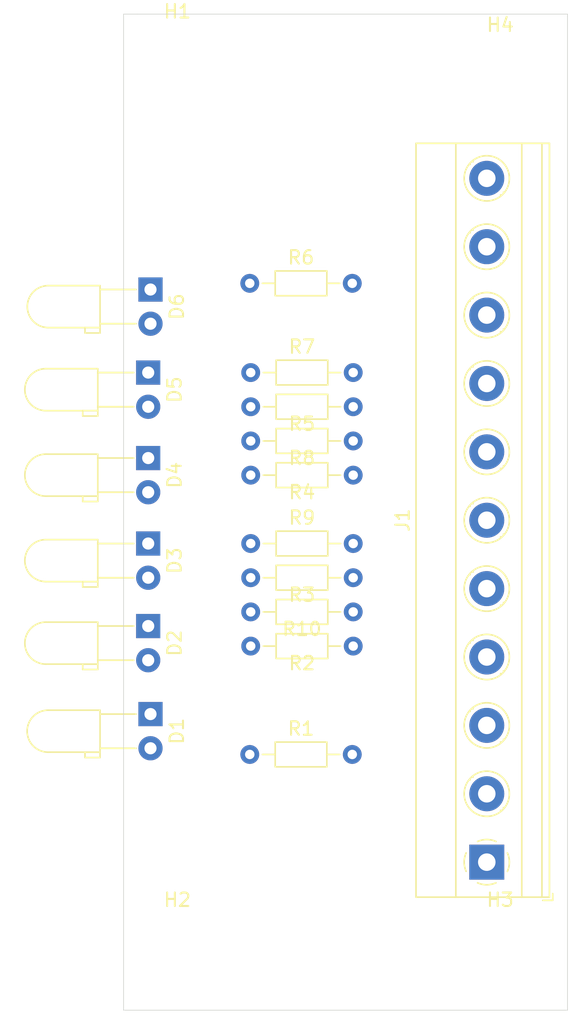
<source format=kicad_pcb>
(kicad_pcb (version 20171130) (host pcbnew "(5.1.9)-1")

  (general
    (thickness 1.6)
    (drawings 5)
    (tracks 0)
    (zones 0)
    (modules 21)
    (nets 1)
  )

  (page A4)
  (layers
    (0 F.Cu signal)
    (31 B.Cu signal)
    (32 B.Adhes user)
    (33 F.Adhes user)
    (34 B.Paste user)
    (35 F.Paste user)
    (36 B.SilkS user)
    (37 F.SilkS user)
    (38 B.Mask user)
    (39 F.Mask user)
    (40 Dwgs.User user)
    (41 Cmts.User user)
    (42 Eco1.User user)
    (43 Eco2.User user)
    (44 Edge.Cuts user)
    (45 Margin user)
    (46 B.CrtYd user)
    (47 F.CrtYd user)
    (48 B.Fab user)
    (49 F.Fab user)
  )

  (setup
    (last_trace_width 0.25)
    (trace_clearance 0.2)
    (zone_clearance 0.508)
    (zone_45_only no)
    (trace_min 0.2)
    (via_size 0.8)
    (via_drill 0.4)
    (via_min_size 0.4)
    (via_min_drill 0.3)
    (uvia_size 0.3)
    (uvia_drill 0.1)
    (uvias_allowed no)
    (uvia_min_size 0.2)
    (uvia_min_drill 0.1)
    (edge_width 0.05)
    (segment_width 0.2)
    (pcb_text_width 0.3)
    (pcb_text_size 1.5 1.5)
    (mod_edge_width 0.12)
    (mod_text_size 1 1)
    (mod_text_width 0.15)
    (pad_size 1.524 1.524)
    (pad_drill 0.762)
    (pad_to_mask_clearance 0)
    (aux_axis_origin 0 0)
    (visible_elements 7FFFFFFF)
    (pcbplotparams
      (layerselection 0x010fc_ffffffff)
      (usegerberextensions false)
      (usegerberattributes true)
      (usegerberadvancedattributes true)
      (creategerberjobfile true)
      (excludeedgelayer true)
      (linewidth 0.100000)
      (plotframeref false)
      (viasonmask false)
      (mode 1)
      (useauxorigin false)
      (hpglpennumber 1)
      (hpglpenspeed 20)
      (hpglpendiameter 15.000000)
      (psnegative false)
      (psa4output false)
      (plotreference true)
      (plotvalue true)
      (plotinvisibletext false)
      (padsonsilk false)
      (subtractmaskfromsilk false)
      (outputformat 1)
      (mirror false)
      (drillshape 1)
      (scaleselection 1)
      (outputdirectory ""))
  )

  (net 0 "")

  (net_class Default "This is the default net class."
    (clearance 0.2)
    (trace_width 0.25)
    (via_dia 0.8)
    (via_drill 0.4)
    (uvia_dia 0.3)
    (uvia_drill 0.1)
  )

  (module LED_THT:LED_D3.0mm_Horizontal_O3.81mm_Z2.0mm (layer F.Cu) (tedit 5880A862) (tstamp 600FBA4D)
    (at 164 113 270)
    (descr "LED, diameter 3.0mm z-position of LED center 2.0mm, 2 pins, diameter 3.0mm z-position of LED center 2.0mm, 2 pins")
    (tags "LED diameter 3.0mm z-position of LED center 2.0mm 2 pins diameter 3.0mm z-position of LED center 2.0mm 2 pins")
    (path /601079F3)
    (fp_text reference D1 (at 1.27 -1.96 90) (layer F.SilkS)
      (effects (font (size 1 1) (thickness 0.15)))
    )
    (fp_text value LED (at 1.27 10.17 90) (layer F.Fab)
      (effects (font (size 1 1) (thickness 0.15)))
    )
    (fp_line (start -0.23 3.81) (end -0.23 7.61) (layer F.Fab) (width 0.1))
    (fp_line (start 2.77 3.81) (end 2.77 7.61) (layer F.Fab) (width 0.1))
    (fp_line (start -0.23 3.81) (end 2.77 3.81) (layer F.Fab) (width 0.1))
    (fp_line (start 3.17 3.81) (end 3.17 4.81) (layer F.Fab) (width 0.1))
    (fp_line (start 3.17 4.81) (end 2.77 4.81) (layer F.Fab) (width 0.1))
    (fp_line (start 2.77 4.81) (end 2.77 3.81) (layer F.Fab) (width 0.1))
    (fp_line (start 2.77 3.81) (end 3.17 3.81) (layer F.Fab) (width 0.1))
    (fp_line (start 0 0) (end 0 3.81) (layer F.Fab) (width 0.1))
    (fp_line (start 0 3.81) (end 0 3.81) (layer F.Fab) (width 0.1))
    (fp_line (start 0 3.81) (end 0 0) (layer F.Fab) (width 0.1))
    (fp_line (start 0 0) (end 0 0) (layer F.Fab) (width 0.1))
    (fp_line (start 2.54 0) (end 2.54 3.81) (layer F.Fab) (width 0.1))
    (fp_line (start 2.54 3.81) (end 2.54 3.81) (layer F.Fab) (width 0.1))
    (fp_line (start 2.54 3.81) (end 2.54 0) (layer F.Fab) (width 0.1))
    (fp_line (start 2.54 0) (end 2.54 0) (layer F.Fab) (width 0.1))
    (fp_line (start -0.29 3.75) (end -0.29 7.61) (layer F.SilkS) (width 0.12))
    (fp_line (start 2.83 3.75) (end 2.83 7.61) (layer F.SilkS) (width 0.12))
    (fp_line (start -0.29 3.75) (end 2.83 3.75) (layer F.SilkS) (width 0.12))
    (fp_line (start 3.23 3.75) (end 3.23 4.87) (layer F.SilkS) (width 0.12))
    (fp_line (start 3.23 4.87) (end 2.83 4.87) (layer F.SilkS) (width 0.12))
    (fp_line (start 2.83 4.87) (end 2.83 3.75) (layer F.SilkS) (width 0.12))
    (fp_line (start 2.83 3.75) (end 3.23 3.75) (layer F.SilkS) (width 0.12))
    (fp_line (start 0 1.08) (end 0 3.75) (layer F.SilkS) (width 0.12))
    (fp_line (start 0 3.75) (end 0 3.75) (layer F.SilkS) (width 0.12))
    (fp_line (start 0 3.75) (end 0 1.08) (layer F.SilkS) (width 0.12))
    (fp_line (start 0 1.08) (end 0 1.08) (layer F.SilkS) (width 0.12))
    (fp_line (start 2.54 1.08) (end 2.54 3.75) (layer F.SilkS) (width 0.12))
    (fp_line (start 2.54 3.75) (end 2.54 3.75) (layer F.SilkS) (width 0.12))
    (fp_line (start 2.54 3.75) (end 2.54 1.08) (layer F.SilkS) (width 0.12))
    (fp_line (start 2.54 1.08) (end 2.54 1.08) (layer F.SilkS) (width 0.12))
    (fp_line (start -1.25 -1.25) (end -1.25 9.45) (layer F.CrtYd) (width 0.05))
    (fp_line (start -1.25 9.45) (end 3.75 9.45) (layer F.CrtYd) (width 0.05))
    (fp_line (start 3.75 9.45) (end 3.75 -1.25) (layer F.CrtYd) (width 0.05))
    (fp_line (start 3.75 -1.25) (end -1.25 -1.25) (layer F.CrtYd) (width 0.05))
    (fp_arc (start 1.27 7.61) (end -0.29 7.61) (angle -180) (layer F.SilkS) (width 0.12))
    (fp_arc (start 1.27 7.61) (end -0.23 7.61) (angle -180) (layer F.Fab) (width 0.1))
    (pad 2 thru_hole circle (at 2.54 0 270) (size 1.8 1.8) (drill 0.9) (layers *.Cu *.Mask))
    (pad 1 thru_hole rect (at 0 0 270) (size 1.8 1.8) (drill 0.9) (layers *.Cu *.Mask))
    (model ${KISYS3DMOD}/LED_THT.3dshapes/LED_D3.0mm_Horizontal_O3.81mm_Z2.0mm.wrl
      (at (xyz 0 0 0))
      (scale (xyz 1 1 1))
      (rotate (xyz 0 0 0))
    )
  )

  (module LED_THT:LED_D3.0mm_Horizontal_O3.81mm_Z2.0mm (layer F.Cu) (tedit 5880A862) (tstamp 600FBA77)
    (at 163.83 106.46 270)
    (descr "LED, diameter 3.0mm z-position of LED center 2.0mm, 2 pins, diameter 3.0mm z-position of LED center 2.0mm, 2 pins")
    (tags "LED diameter 3.0mm z-position of LED center 2.0mm 2 pins diameter 3.0mm z-position of LED center 2.0mm 2 pins")
    (path /6010728B)
    (fp_text reference D2 (at 1.27 -1.96 90) (layer F.SilkS)
      (effects (font (size 1 1) (thickness 0.15)))
    )
    (fp_text value LED (at 1.27 10.17 90) (layer F.Fab)
      (effects (font (size 1 1) (thickness 0.15)))
    )
    (fp_line (start 3.75 -1.25) (end -1.25 -1.25) (layer F.CrtYd) (width 0.05))
    (fp_line (start 3.75 9.45) (end 3.75 -1.25) (layer F.CrtYd) (width 0.05))
    (fp_line (start -1.25 9.45) (end 3.75 9.45) (layer F.CrtYd) (width 0.05))
    (fp_line (start -1.25 -1.25) (end -1.25 9.45) (layer F.CrtYd) (width 0.05))
    (fp_line (start 2.54 1.08) (end 2.54 1.08) (layer F.SilkS) (width 0.12))
    (fp_line (start 2.54 3.75) (end 2.54 1.08) (layer F.SilkS) (width 0.12))
    (fp_line (start 2.54 3.75) (end 2.54 3.75) (layer F.SilkS) (width 0.12))
    (fp_line (start 2.54 1.08) (end 2.54 3.75) (layer F.SilkS) (width 0.12))
    (fp_line (start 0 1.08) (end 0 1.08) (layer F.SilkS) (width 0.12))
    (fp_line (start 0 3.75) (end 0 1.08) (layer F.SilkS) (width 0.12))
    (fp_line (start 0 3.75) (end 0 3.75) (layer F.SilkS) (width 0.12))
    (fp_line (start 0 1.08) (end 0 3.75) (layer F.SilkS) (width 0.12))
    (fp_line (start 2.83 3.75) (end 3.23 3.75) (layer F.SilkS) (width 0.12))
    (fp_line (start 2.83 4.87) (end 2.83 3.75) (layer F.SilkS) (width 0.12))
    (fp_line (start 3.23 4.87) (end 2.83 4.87) (layer F.SilkS) (width 0.12))
    (fp_line (start 3.23 3.75) (end 3.23 4.87) (layer F.SilkS) (width 0.12))
    (fp_line (start -0.29 3.75) (end 2.83 3.75) (layer F.SilkS) (width 0.12))
    (fp_line (start 2.83 3.75) (end 2.83 7.61) (layer F.SilkS) (width 0.12))
    (fp_line (start -0.29 3.75) (end -0.29 7.61) (layer F.SilkS) (width 0.12))
    (fp_line (start 2.54 0) (end 2.54 0) (layer F.Fab) (width 0.1))
    (fp_line (start 2.54 3.81) (end 2.54 0) (layer F.Fab) (width 0.1))
    (fp_line (start 2.54 3.81) (end 2.54 3.81) (layer F.Fab) (width 0.1))
    (fp_line (start 2.54 0) (end 2.54 3.81) (layer F.Fab) (width 0.1))
    (fp_line (start 0 0) (end 0 0) (layer F.Fab) (width 0.1))
    (fp_line (start 0 3.81) (end 0 0) (layer F.Fab) (width 0.1))
    (fp_line (start 0 3.81) (end 0 3.81) (layer F.Fab) (width 0.1))
    (fp_line (start 0 0) (end 0 3.81) (layer F.Fab) (width 0.1))
    (fp_line (start 2.77 3.81) (end 3.17 3.81) (layer F.Fab) (width 0.1))
    (fp_line (start 2.77 4.81) (end 2.77 3.81) (layer F.Fab) (width 0.1))
    (fp_line (start 3.17 4.81) (end 2.77 4.81) (layer F.Fab) (width 0.1))
    (fp_line (start 3.17 3.81) (end 3.17 4.81) (layer F.Fab) (width 0.1))
    (fp_line (start -0.23 3.81) (end 2.77 3.81) (layer F.Fab) (width 0.1))
    (fp_line (start 2.77 3.81) (end 2.77 7.61) (layer F.Fab) (width 0.1))
    (fp_line (start -0.23 3.81) (end -0.23 7.61) (layer F.Fab) (width 0.1))
    (fp_arc (start 1.27 7.61) (end -0.23 7.61) (angle -180) (layer F.Fab) (width 0.1))
    (fp_arc (start 1.27 7.61) (end -0.29 7.61) (angle -180) (layer F.SilkS) (width 0.12))
    (pad 1 thru_hole rect (at 0 0 270) (size 1.8 1.8) (drill 0.9) (layers *.Cu *.Mask))
    (pad 2 thru_hole circle (at 2.54 0 270) (size 1.8 1.8) (drill 0.9) (layers *.Cu *.Mask))
    (model ${KISYS3DMOD}/LED_THT.3dshapes/LED_D3.0mm_Horizontal_O3.81mm_Z2.0mm.wrl
      (at (xyz 0 0 0))
      (scale (xyz 1 1 1))
      (rotate (xyz 0 0 0))
    )
  )

  (module LED_THT:LED_D3.0mm_Horizontal_O3.81mm_Z2.0mm (layer F.Cu) (tedit 5880A862) (tstamp 600FBAA1)
    (at 163.83 100.33 270)
    (descr "LED, diameter 3.0mm z-position of LED center 2.0mm, 2 pins, diameter 3.0mm z-position of LED center 2.0mm, 2 pins")
    (tags "LED diameter 3.0mm z-position of LED center 2.0mm 2 pins diameter 3.0mm z-position of LED center 2.0mm 2 pins")
    (path /60106F28)
    (fp_text reference D3 (at 1.27 -1.96 90) (layer F.SilkS)
      (effects (font (size 1 1) (thickness 0.15)))
    )
    (fp_text value LED (at 1.27 10.17 90) (layer F.Fab)
      (effects (font (size 1 1) (thickness 0.15)))
    )
    (fp_line (start -0.23 3.81) (end -0.23 7.61) (layer F.Fab) (width 0.1))
    (fp_line (start 2.77 3.81) (end 2.77 7.61) (layer F.Fab) (width 0.1))
    (fp_line (start -0.23 3.81) (end 2.77 3.81) (layer F.Fab) (width 0.1))
    (fp_line (start 3.17 3.81) (end 3.17 4.81) (layer F.Fab) (width 0.1))
    (fp_line (start 3.17 4.81) (end 2.77 4.81) (layer F.Fab) (width 0.1))
    (fp_line (start 2.77 4.81) (end 2.77 3.81) (layer F.Fab) (width 0.1))
    (fp_line (start 2.77 3.81) (end 3.17 3.81) (layer F.Fab) (width 0.1))
    (fp_line (start 0 0) (end 0 3.81) (layer F.Fab) (width 0.1))
    (fp_line (start 0 3.81) (end 0 3.81) (layer F.Fab) (width 0.1))
    (fp_line (start 0 3.81) (end 0 0) (layer F.Fab) (width 0.1))
    (fp_line (start 0 0) (end 0 0) (layer F.Fab) (width 0.1))
    (fp_line (start 2.54 0) (end 2.54 3.81) (layer F.Fab) (width 0.1))
    (fp_line (start 2.54 3.81) (end 2.54 3.81) (layer F.Fab) (width 0.1))
    (fp_line (start 2.54 3.81) (end 2.54 0) (layer F.Fab) (width 0.1))
    (fp_line (start 2.54 0) (end 2.54 0) (layer F.Fab) (width 0.1))
    (fp_line (start -0.29 3.75) (end -0.29 7.61) (layer F.SilkS) (width 0.12))
    (fp_line (start 2.83 3.75) (end 2.83 7.61) (layer F.SilkS) (width 0.12))
    (fp_line (start -0.29 3.75) (end 2.83 3.75) (layer F.SilkS) (width 0.12))
    (fp_line (start 3.23 3.75) (end 3.23 4.87) (layer F.SilkS) (width 0.12))
    (fp_line (start 3.23 4.87) (end 2.83 4.87) (layer F.SilkS) (width 0.12))
    (fp_line (start 2.83 4.87) (end 2.83 3.75) (layer F.SilkS) (width 0.12))
    (fp_line (start 2.83 3.75) (end 3.23 3.75) (layer F.SilkS) (width 0.12))
    (fp_line (start 0 1.08) (end 0 3.75) (layer F.SilkS) (width 0.12))
    (fp_line (start 0 3.75) (end 0 3.75) (layer F.SilkS) (width 0.12))
    (fp_line (start 0 3.75) (end 0 1.08) (layer F.SilkS) (width 0.12))
    (fp_line (start 0 1.08) (end 0 1.08) (layer F.SilkS) (width 0.12))
    (fp_line (start 2.54 1.08) (end 2.54 3.75) (layer F.SilkS) (width 0.12))
    (fp_line (start 2.54 3.75) (end 2.54 3.75) (layer F.SilkS) (width 0.12))
    (fp_line (start 2.54 3.75) (end 2.54 1.08) (layer F.SilkS) (width 0.12))
    (fp_line (start 2.54 1.08) (end 2.54 1.08) (layer F.SilkS) (width 0.12))
    (fp_line (start -1.25 -1.25) (end -1.25 9.45) (layer F.CrtYd) (width 0.05))
    (fp_line (start -1.25 9.45) (end 3.75 9.45) (layer F.CrtYd) (width 0.05))
    (fp_line (start 3.75 9.45) (end 3.75 -1.25) (layer F.CrtYd) (width 0.05))
    (fp_line (start 3.75 -1.25) (end -1.25 -1.25) (layer F.CrtYd) (width 0.05))
    (fp_arc (start 1.27 7.61) (end -0.29 7.61) (angle -180) (layer F.SilkS) (width 0.12))
    (fp_arc (start 1.27 7.61) (end -0.23 7.61) (angle -180) (layer F.Fab) (width 0.1))
    (pad 2 thru_hole circle (at 2.54 0 270) (size 1.8 1.8) (drill 0.9) (layers *.Cu *.Mask))
    (pad 1 thru_hole rect (at 0 0 270) (size 1.8 1.8) (drill 0.9) (layers *.Cu *.Mask))
    (model ${KISYS3DMOD}/LED_THT.3dshapes/LED_D3.0mm_Horizontal_O3.81mm_Z2.0mm.wrl
      (at (xyz 0 0 0))
      (scale (xyz 1 1 1))
      (rotate (xyz 0 0 0))
    )
  )

  (module LED_THT:LED_D3.0mm_Horizontal_O3.81mm_Z2.0mm (layer F.Cu) (tedit 5880A862) (tstamp 600FBACB)
    (at 163.83 93.98 270)
    (descr "LED, diameter 3.0mm z-position of LED center 2.0mm, 2 pins, diameter 3.0mm z-position of LED center 2.0mm, 2 pins")
    (tags "LED diameter 3.0mm z-position of LED center 2.0mm 2 pins diameter 3.0mm z-position of LED center 2.0mm 2 pins")
    (path /60106991)
    (fp_text reference D4 (at 1.27 -1.96 90) (layer F.SilkS)
      (effects (font (size 1 1) (thickness 0.15)))
    )
    (fp_text value LED (at 1.27 10.17 90) (layer F.Fab)
      (effects (font (size 1 1) (thickness 0.15)))
    )
    (fp_line (start 3.75 -1.25) (end -1.25 -1.25) (layer F.CrtYd) (width 0.05))
    (fp_line (start 3.75 9.45) (end 3.75 -1.25) (layer F.CrtYd) (width 0.05))
    (fp_line (start -1.25 9.45) (end 3.75 9.45) (layer F.CrtYd) (width 0.05))
    (fp_line (start -1.25 -1.25) (end -1.25 9.45) (layer F.CrtYd) (width 0.05))
    (fp_line (start 2.54 1.08) (end 2.54 1.08) (layer F.SilkS) (width 0.12))
    (fp_line (start 2.54 3.75) (end 2.54 1.08) (layer F.SilkS) (width 0.12))
    (fp_line (start 2.54 3.75) (end 2.54 3.75) (layer F.SilkS) (width 0.12))
    (fp_line (start 2.54 1.08) (end 2.54 3.75) (layer F.SilkS) (width 0.12))
    (fp_line (start 0 1.08) (end 0 1.08) (layer F.SilkS) (width 0.12))
    (fp_line (start 0 3.75) (end 0 1.08) (layer F.SilkS) (width 0.12))
    (fp_line (start 0 3.75) (end 0 3.75) (layer F.SilkS) (width 0.12))
    (fp_line (start 0 1.08) (end 0 3.75) (layer F.SilkS) (width 0.12))
    (fp_line (start 2.83 3.75) (end 3.23 3.75) (layer F.SilkS) (width 0.12))
    (fp_line (start 2.83 4.87) (end 2.83 3.75) (layer F.SilkS) (width 0.12))
    (fp_line (start 3.23 4.87) (end 2.83 4.87) (layer F.SilkS) (width 0.12))
    (fp_line (start 3.23 3.75) (end 3.23 4.87) (layer F.SilkS) (width 0.12))
    (fp_line (start -0.29 3.75) (end 2.83 3.75) (layer F.SilkS) (width 0.12))
    (fp_line (start 2.83 3.75) (end 2.83 7.61) (layer F.SilkS) (width 0.12))
    (fp_line (start -0.29 3.75) (end -0.29 7.61) (layer F.SilkS) (width 0.12))
    (fp_line (start 2.54 0) (end 2.54 0) (layer F.Fab) (width 0.1))
    (fp_line (start 2.54 3.81) (end 2.54 0) (layer F.Fab) (width 0.1))
    (fp_line (start 2.54 3.81) (end 2.54 3.81) (layer F.Fab) (width 0.1))
    (fp_line (start 2.54 0) (end 2.54 3.81) (layer F.Fab) (width 0.1))
    (fp_line (start 0 0) (end 0 0) (layer F.Fab) (width 0.1))
    (fp_line (start 0 3.81) (end 0 0) (layer F.Fab) (width 0.1))
    (fp_line (start 0 3.81) (end 0 3.81) (layer F.Fab) (width 0.1))
    (fp_line (start 0 0) (end 0 3.81) (layer F.Fab) (width 0.1))
    (fp_line (start 2.77 3.81) (end 3.17 3.81) (layer F.Fab) (width 0.1))
    (fp_line (start 2.77 4.81) (end 2.77 3.81) (layer F.Fab) (width 0.1))
    (fp_line (start 3.17 4.81) (end 2.77 4.81) (layer F.Fab) (width 0.1))
    (fp_line (start 3.17 3.81) (end 3.17 4.81) (layer F.Fab) (width 0.1))
    (fp_line (start -0.23 3.81) (end 2.77 3.81) (layer F.Fab) (width 0.1))
    (fp_line (start 2.77 3.81) (end 2.77 7.61) (layer F.Fab) (width 0.1))
    (fp_line (start -0.23 3.81) (end -0.23 7.61) (layer F.Fab) (width 0.1))
    (fp_arc (start 1.27 7.61) (end -0.23 7.61) (angle -180) (layer F.Fab) (width 0.1))
    (fp_arc (start 1.27 7.61) (end -0.29 7.61) (angle -180) (layer F.SilkS) (width 0.12))
    (pad 1 thru_hole rect (at 0 0 270) (size 1.8 1.8) (drill 0.9) (layers *.Cu *.Mask))
    (pad 2 thru_hole circle (at 2.54 0 270) (size 1.8 1.8) (drill 0.9) (layers *.Cu *.Mask))
    (model ${KISYS3DMOD}/LED_THT.3dshapes/LED_D3.0mm_Horizontal_O3.81mm_Z2.0mm.wrl
      (at (xyz 0 0 0))
      (scale (xyz 1 1 1))
      (rotate (xyz 0 0 0))
    )
  )

  (module LED_THT:LED_D3.0mm_Horizontal_O3.81mm_Z2.0mm (layer F.Cu) (tedit 5880A862) (tstamp 600FBAF5)
    (at 163.83 87.63 270)
    (descr "LED, diameter 3.0mm z-position of LED center 2.0mm, 2 pins, diameter 3.0mm z-position of LED center 2.0mm, 2 pins")
    (tags "LED diameter 3.0mm z-position of LED center 2.0mm 2 pins diameter 3.0mm z-position of LED center 2.0mm 2 pins")
    (path /60106241)
    (fp_text reference D5 (at 1.27 -1.96 90) (layer F.SilkS)
      (effects (font (size 1 1) (thickness 0.15)))
    )
    (fp_text value LED (at 1.27 10.17 90) (layer F.Fab)
      (effects (font (size 1 1) (thickness 0.15)))
    )
    (fp_line (start -0.23 3.81) (end -0.23 7.61) (layer F.Fab) (width 0.1))
    (fp_line (start 2.77 3.81) (end 2.77 7.61) (layer F.Fab) (width 0.1))
    (fp_line (start -0.23 3.81) (end 2.77 3.81) (layer F.Fab) (width 0.1))
    (fp_line (start 3.17 3.81) (end 3.17 4.81) (layer F.Fab) (width 0.1))
    (fp_line (start 3.17 4.81) (end 2.77 4.81) (layer F.Fab) (width 0.1))
    (fp_line (start 2.77 4.81) (end 2.77 3.81) (layer F.Fab) (width 0.1))
    (fp_line (start 2.77 3.81) (end 3.17 3.81) (layer F.Fab) (width 0.1))
    (fp_line (start 0 0) (end 0 3.81) (layer F.Fab) (width 0.1))
    (fp_line (start 0 3.81) (end 0 3.81) (layer F.Fab) (width 0.1))
    (fp_line (start 0 3.81) (end 0 0) (layer F.Fab) (width 0.1))
    (fp_line (start 0 0) (end 0 0) (layer F.Fab) (width 0.1))
    (fp_line (start 2.54 0) (end 2.54 3.81) (layer F.Fab) (width 0.1))
    (fp_line (start 2.54 3.81) (end 2.54 3.81) (layer F.Fab) (width 0.1))
    (fp_line (start 2.54 3.81) (end 2.54 0) (layer F.Fab) (width 0.1))
    (fp_line (start 2.54 0) (end 2.54 0) (layer F.Fab) (width 0.1))
    (fp_line (start -0.29 3.75) (end -0.29 7.61) (layer F.SilkS) (width 0.12))
    (fp_line (start 2.83 3.75) (end 2.83 7.61) (layer F.SilkS) (width 0.12))
    (fp_line (start -0.29 3.75) (end 2.83 3.75) (layer F.SilkS) (width 0.12))
    (fp_line (start 3.23 3.75) (end 3.23 4.87) (layer F.SilkS) (width 0.12))
    (fp_line (start 3.23 4.87) (end 2.83 4.87) (layer F.SilkS) (width 0.12))
    (fp_line (start 2.83 4.87) (end 2.83 3.75) (layer F.SilkS) (width 0.12))
    (fp_line (start 2.83 3.75) (end 3.23 3.75) (layer F.SilkS) (width 0.12))
    (fp_line (start 0 1.08) (end 0 3.75) (layer F.SilkS) (width 0.12))
    (fp_line (start 0 3.75) (end 0 3.75) (layer F.SilkS) (width 0.12))
    (fp_line (start 0 3.75) (end 0 1.08) (layer F.SilkS) (width 0.12))
    (fp_line (start 0 1.08) (end 0 1.08) (layer F.SilkS) (width 0.12))
    (fp_line (start 2.54 1.08) (end 2.54 3.75) (layer F.SilkS) (width 0.12))
    (fp_line (start 2.54 3.75) (end 2.54 3.75) (layer F.SilkS) (width 0.12))
    (fp_line (start 2.54 3.75) (end 2.54 1.08) (layer F.SilkS) (width 0.12))
    (fp_line (start 2.54 1.08) (end 2.54 1.08) (layer F.SilkS) (width 0.12))
    (fp_line (start -1.25 -1.25) (end -1.25 9.45) (layer F.CrtYd) (width 0.05))
    (fp_line (start -1.25 9.45) (end 3.75 9.45) (layer F.CrtYd) (width 0.05))
    (fp_line (start 3.75 9.45) (end 3.75 -1.25) (layer F.CrtYd) (width 0.05))
    (fp_line (start 3.75 -1.25) (end -1.25 -1.25) (layer F.CrtYd) (width 0.05))
    (fp_arc (start 1.27 7.61) (end -0.29 7.61) (angle -180) (layer F.SilkS) (width 0.12))
    (fp_arc (start 1.27 7.61) (end -0.23 7.61) (angle -180) (layer F.Fab) (width 0.1))
    (pad 2 thru_hole circle (at 2.54 0 270) (size 1.8 1.8) (drill 0.9) (layers *.Cu *.Mask))
    (pad 1 thru_hole rect (at 0 0 270) (size 1.8 1.8) (drill 0.9) (layers *.Cu *.Mask))
    (model ${KISYS3DMOD}/LED_THT.3dshapes/LED_D3.0mm_Horizontal_O3.81mm_Z2.0mm.wrl
      (at (xyz 0 0 0))
      (scale (xyz 1 1 1))
      (rotate (xyz 0 0 0))
    )
  )

  (module LED_THT:LED_D3.0mm_Horizontal_O3.81mm_Z2.0mm (layer F.Cu) (tedit 5880A862) (tstamp 600FBB1F)
    (at 164 81.46 270)
    (descr "LED, diameter 3.0mm z-position of LED center 2.0mm, 2 pins, diameter 3.0mm z-position of LED center 2.0mm, 2 pins")
    (tags "LED diameter 3.0mm z-position of LED center 2.0mm 2 pins diameter 3.0mm z-position of LED center 2.0mm 2 pins")
    (path /601058B6)
    (fp_text reference D6 (at 1.27 -1.96 90) (layer F.SilkS)
      (effects (font (size 1 1) (thickness 0.15)))
    )
    (fp_text value LED (at 1.27 10.17 90) (layer F.Fab)
      (effects (font (size 1 1) (thickness 0.15)))
    )
    (fp_line (start 3.75 -1.25) (end -1.25 -1.25) (layer F.CrtYd) (width 0.05))
    (fp_line (start 3.75 9.45) (end 3.75 -1.25) (layer F.CrtYd) (width 0.05))
    (fp_line (start -1.25 9.45) (end 3.75 9.45) (layer F.CrtYd) (width 0.05))
    (fp_line (start -1.25 -1.25) (end -1.25 9.45) (layer F.CrtYd) (width 0.05))
    (fp_line (start 2.54 1.08) (end 2.54 1.08) (layer F.SilkS) (width 0.12))
    (fp_line (start 2.54 3.75) (end 2.54 1.08) (layer F.SilkS) (width 0.12))
    (fp_line (start 2.54 3.75) (end 2.54 3.75) (layer F.SilkS) (width 0.12))
    (fp_line (start 2.54 1.08) (end 2.54 3.75) (layer F.SilkS) (width 0.12))
    (fp_line (start 0 1.08) (end 0 1.08) (layer F.SilkS) (width 0.12))
    (fp_line (start 0 3.75) (end 0 1.08) (layer F.SilkS) (width 0.12))
    (fp_line (start 0 3.75) (end 0 3.75) (layer F.SilkS) (width 0.12))
    (fp_line (start 0 1.08) (end 0 3.75) (layer F.SilkS) (width 0.12))
    (fp_line (start 2.83 3.75) (end 3.23 3.75) (layer F.SilkS) (width 0.12))
    (fp_line (start 2.83 4.87) (end 2.83 3.75) (layer F.SilkS) (width 0.12))
    (fp_line (start 3.23 4.87) (end 2.83 4.87) (layer F.SilkS) (width 0.12))
    (fp_line (start 3.23 3.75) (end 3.23 4.87) (layer F.SilkS) (width 0.12))
    (fp_line (start -0.29 3.75) (end 2.83 3.75) (layer F.SilkS) (width 0.12))
    (fp_line (start 2.83 3.75) (end 2.83 7.61) (layer F.SilkS) (width 0.12))
    (fp_line (start -0.29 3.75) (end -0.29 7.61) (layer F.SilkS) (width 0.12))
    (fp_line (start 2.54 0) (end 2.54 0) (layer F.Fab) (width 0.1))
    (fp_line (start 2.54 3.81) (end 2.54 0) (layer F.Fab) (width 0.1))
    (fp_line (start 2.54 3.81) (end 2.54 3.81) (layer F.Fab) (width 0.1))
    (fp_line (start 2.54 0) (end 2.54 3.81) (layer F.Fab) (width 0.1))
    (fp_line (start 0 0) (end 0 0) (layer F.Fab) (width 0.1))
    (fp_line (start 0 3.81) (end 0 0) (layer F.Fab) (width 0.1))
    (fp_line (start 0 3.81) (end 0 3.81) (layer F.Fab) (width 0.1))
    (fp_line (start 0 0) (end 0 3.81) (layer F.Fab) (width 0.1))
    (fp_line (start 2.77 3.81) (end 3.17 3.81) (layer F.Fab) (width 0.1))
    (fp_line (start 2.77 4.81) (end 2.77 3.81) (layer F.Fab) (width 0.1))
    (fp_line (start 3.17 4.81) (end 2.77 4.81) (layer F.Fab) (width 0.1))
    (fp_line (start 3.17 3.81) (end 3.17 4.81) (layer F.Fab) (width 0.1))
    (fp_line (start -0.23 3.81) (end 2.77 3.81) (layer F.Fab) (width 0.1))
    (fp_line (start 2.77 3.81) (end 2.77 7.61) (layer F.Fab) (width 0.1))
    (fp_line (start -0.23 3.81) (end -0.23 7.61) (layer F.Fab) (width 0.1))
    (fp_arc (start 1.27 7.61) (end -0.23 7.61) (angle -180) (layer F.Fab) (width 0.1))
    (fp_arc (start 1.27 7.61) (end -0.29 7.61) (angle -180) (layer F.SilkS) (width 0.12))
    (pad 1 thru_hole rect (at 0 0 270) (size 1.8 1.8) (drill 0.9) (layers *.Cu *.Mask))
    (pad 2 thru_hole circle (at 2.54 0 270) (size 1.8 1.8) (drill 0.9) (layers *.Cu *.Mask))
    (model ${KISYS3DMOD}/LED_THT.3dshapes/LED_D3.0mm_Horizontal_O3.81mm_Z2.0mm.wrl
      (at (xyz 0 0 0))
      (scale (xyz 1 1 1))
      (rotate (xyz 0 0 0))
    )
  )

  (module Resistor_THT:R_Axial_DIN0204_L3.6mm_D1.6mm_P7.62mm_Horizontal (layer F.Cu) (tedit 5AE5139B) (tstamp 600FBB68)
    (at 171.38 116)
    (descr "Resistor, Axial_DIN0204 series, Axial, Horizontal, pin pitch=7.62mm, 0.167W, length*diameter=3.6*1.6mm^2, http://cdn-reichelt.de/documents/datenblatt/B400/1_4W%23YAG.pdf")
    (tags "Resistor Axial_DIN0204 series Axial Horizontal pin pitch 7.62mm 0.167W length 3.6mm diameter 1.6mm")
    (path /600FABDF)
    (fp_text reference R1 (at 3.81 -1.92) (layer F.SilkS)
      (effects (font (size 1 1) (thickness 0.15)))
    )
    (fp_text value R (at 3.81 1.92) (layer F.Fab)
      (effects (font (size 1 1) (thickness 0.15)))
    )
    (fp_line (start 2.01 -0.8) (end 2.01 0.8) (layer F.Fab) (width 0.1))
    (fp_line (start 2.01 0.8) (end 5.61 0.8) (layer F.Fab) (width 0.1))
    (fp_line (start 5.61 0.8) (end 5.61 -0.8) (layer F.Fab) (width 0.1))
    (fp_line (start 5.61 -0.8) (end 2.01 -0.8) (layer F.Fab) (width 0.1))
    (fp_line (start 0 0) (end 2.01 0) (layer F.Fab) (width 0.1))
    (fp_line (start 7.62 0) (end 5.61 0) (layer F.Fab) (width 0.1))
    (fp_line (start 1.89 -0.92) (end 1.89 0.92) (layer F.SilkS) (width 0.12))
    (fp_line (start 1.89 0.92) (end 5.73 0.92) (layer F.SilkS) (width 0.12))
    (fp_line (start 5.73 0.92) (end 5.73 -0.92) (layer F.SilkS) (width 0.12))
    (fp_line (start 5.73 -0.92) (end 1.89 -0.92) (layer F.SilkS) (width 0.12))
    (fp_line (start 0.94 0) (end 1.89 0) (layer F.SilkS) (width 0.12))
    (fp_line (start 6.68 0) (end 5.73 0) (layer F.SilkS) (width 0.12))
    (fp_line (start -0.95 -1.05) (end -0.95 1.05) (layer F.CrtYd) (width 0.05))
    (fp_line (start -0.95 1.05) (end 8.57 1.05) (layer F.CrtYd) (width 0.05))
    (fp_line (start 8.57 1.05) (end 8.57 -1.05) (layer F.CrtYd) (width 0.05))
    (fp_line (start 8.57 -1.05) (end -0.95 -1.05) (layer F.CrtYd) (width 0.05))
    (fp_text user %R (at 3.81 0) (layer F.Fab)
      (effects (font (size 0.72 0.72) (thickness 0.108)))
    )
    (pad 2 thru_hole oval (at 7.62 0) (size 1.4 1.4) (drill 0.7) (layers *.Cu *.Mask))
    (pad 1 thru_hole circle (at 0 0) (size 1.4 1.4) (drill 0.7) (layers *.Cu *.Mask))
    (model ${KISYS3DMOD}/Resistor_THT.3dshapes/R_Axial_DIN0204_L3.6mm_D1.6mm_P7.62mm_Horizontal.wrl
      (at (xyz 0 0 0))
      (scale (xyz 1 1 1))
      (rotate (xyz 0 0 0))
    )
  )

  (module Resistor_THT:R_Axial_DIN0204_L3.6mm_D1.6mm_P7.62mm_Horizontal (layer F.Cu) (tedit 5AE5139B) (tstamp 600FBB7F)
    (at 171.45 107.95)
    (descr "Resistor, Axial_DIN0204 series, Axial, Horizontal, pin pitch=7.62mm, 0.167W, length*diameter=3.6*1.6mm^2, http://cdn-reichelt.de/documents/datenblatt/B400/1_4W%23YAG.pdf")
    (tags "Resistor Axial_DIN0204 series Axial Horizontal pin pitch 7.62mm 0.167W length 3.6mm diameter 1.6mm")
    (path /600FA63B)
    (fp_text reference R2 (at 3.81 1.27) (layer F.SilkS)
      (effects (font (size 1 1) (thickness 0.15)))
    )
    (fp_text value R (at 3.81 1.92) (layer F.Fab)
      (effects (font (size 1 1) (thickness 0.15)))
    )
    (fp_line (start 8.57 -1.05) (end -0.95 -1.05) (layer F.CrtYd) (width 0.05))
    (fp_line (start 8.57 1.05) (end 8.57 -1.05) (layer F.CrtYd) (width 0.05))
    (fp_line (start -0.95 1.05) (end 8.57 1.05) (layer F.CrtYd) (width 0.05))
    (fp_line (start -0.95 -1.05) (end -0.95 1.05) (layer F.CrtYd) (width 0.05))
    (fp_line (start 6.68 0) (end 5.73 0) (layer F.SilkS) (width 0.12))
    (fp_line (start 0.94 0) (end 1.89 0) (layer F.SilkS) (width 0.12))
    (fp_line (start 5.73 -0.92) (end 1.89 -0.92) (layer F.SilkS) (width 0.12))
    (fp_line (start 5.73 0.92) (end 5.73 -0.92) (layer F.SilkS) (width 0.12))
    (fp_line (start 1.89 0.92) (end 5.73 0.92) (layer F.SilkS) (width 0.12))
    (fp_line (start 1.89 -0.92) (end 1.89 0.92) (layer F.SilkS) (width 0.12))
    (fp_line (start 7.62 0) (end 5.61 0) (layer F.Fab) (width 0.1))
    (fp_line (start 0 0) (end 2.01 0) (layer F.Fab) (width 0.1))
    (fp_line (start 5.61 -0.8) (end 2.01 -0.8) (layer F.Fab) (width 0.1))
    (fp_line (start 5.61 0.8) (end 5.61 -0.8) (layer F.Fab) (width 0.1))
    (fp_line (start 2.01 0.8) (end 5.61 0.8) (layer F.Fab) (width 0.1))
    (fp_line (start 2.01 -0.8) (end 2.01 0.8) (layer F.Fab) (width 0.1))
    (fp_text user %R (at 3.81 0) (layer F.Fab)
      (effects (font (size 0.72 0.72) (thickness 0.108)))
    )
    (pad 1 thru_hole circle (at 0 0) (size 1.4 1.4) (drill 0.7) (layers *.Cu *.Mask))
    (pad 2 thru_hole oval (at 7.62 0) (size 1.4 1.4) (drill 0.7) (layers *.Cu *.Mask))
    (model ${KISYS3DMOD}/Resistor_THT.3dshapes/R_Axial_DIN0204_L3.6mm_D1.6mm_P7.62mm_Horizontal.wrl
      (at (xyz 0 0 0))
      (scale (xyz 1 1 1))
      (rotate (xyz 0 0 0))
    )
  )

  (module Resistor_THT:R_Axial_DIN0204_L3.6mm_D1.6mm_P7.62mm_Horizontal (layer F.Cu) (tedit 5AE5139B) (tstamp 600FBB96)
    (at 171.45 102.87)
    (descr "Resistor, Axial_DIN0204 series, Axial, Horizontal, pin pitch=7.62mm, 0.167W, length*diameter=3.6*1.6mm^2, http://cdn-reichelt.de/documents/datenblatt/B400/1_4W%23YAG.pdf")
    (tags "Resistor Axial_DIN0204 series Axial Horizontal pin pitch 7.62mm 0.167W length 3.6mm diameter 1.6mm")
    (path /600F9C23)
    (fp_text reference R3 (at 3.81 1.27) (layer F.SilkS)
      (effects (font (size 1 1) (thickness 0.15)))
    )
    (fp_text value R (at 3.81 1.92) (layer F.Fab)
      (effects (font (size 1 1) (thickness 0.15)))
    )
    (fp_line (start 8.57 -1.05) (end -0.95 -1.05) (layer F.CrtYd) (width 0.05))
    (fp_line (start 8.57 1.05) (end 8.57 -1.05) (layer F.CrtYd) (width 0.05))
    (fp_line (start -0.95 1.05) (end 8.57 1.05) (layer F.CrtYd) (width 0.05))
    (fp_line (start -0.95 -1.05) (end -0.95 1.05) (layer F.CrtYd) (width 0.05))
    (fp_line (start 6.68 0) (end 5.73 0) (layer F.SilkS) (width 0.12))
    (fp_line (start 0.94 0) (end 1.89 0) (layer F.SilkS) (width 0.12))
    (fp_line (start 5.73 -0.92) (end 1.89 -0.92) (layer F.SilkS) (width 0.12))
    (fp_line (start 5.73 0.92) (end 5.73 -0.92) (layer F.SilkS) (width 0.12))
    (fp_line (start 1.89 0.92) (end 5.73 0.92) (layer F.SilkS) (width 0.12))
    (fp_line (start 1.89 -0.92) (end 1.89 0.92) (layer F.SilkS) (width 0.12))
    (fp_line (start 7.62 0) (end 5.61 0) (layer F.Fab) (width 0.1))
    (fp_line (start 0 0) (end 2.01 0) (layer F.Fab) (width 0.1))
    (fp_line (start 5.61 -0.8) (end 2.01 -0.8) (layer F.Fab) (width 0.1))
    (fp_line (start 5.61 0.8) (end 5.61 -0.8) (layer F.Fab) (width 0.1))
    (fp_line (start 2.01 0.8) (end 5.61 0.8) (layer F.Fab) (width 0.1))
    (fp_line (start 2.01 -0.8) (end 2.01 0.8) (layer F.Fab) (width 0.1))
    (fp_text user %R (at 3.81 0) (layer F.Fab)
      (effects (font (size 0.72 0.72) (thickness 0.108)))
    )
    (pad 1 thru_hole circle (at 0 0) (size 1.4 1.4) (drill 0.7) (layers *.Cu *.Mask))
    (pad 2 thru_hole oval (at 7.62 0) (size 1.4 1.4) (drill 0.7) (layers *.Cu *.Mask))
    (model ${KISYS3DMOD}/Resistor_THT.3dshapes/R_Axial_DIN0204_L3.6mm_D1.6mm_P7.62mm_Horizontal.wrl
      (at (xyz 0 0 0))
      (scale (xyz 1 1 1))
      (rotate (xyz 0 0 0))
    )
  )

  (module Resistor_THT:R_Axial_DIN0204_L3.6mm_D1.6mm_P7.62mm_Horizontal (layer F.Cu) (tedit 5AE5139B) (tstamp 600FBBAD)
    (at 171.45 95.25)
    (descr "Resistor, Axial_DIN0204 series, Axial, Horizontal, pin pitch=7.62mm, 0.167W, length*diameter=3.6*1.6mm^2, http://cdn-reichelt.de/documents/datenblatt/B400/1_4W%23YAG.pdf")
    (tags "Resistor Axial_DIN0204 series Axial Horizontal pin pitch 7.62mm 0.167W length 3.6mm diameter 1.6mm")
    (path /600F8661)
    (fp_text reference R4 (at 3.81 1.27) (layer F.SilkS)
      (effects (font (size 1 1) (thickness 0.15)))
    )
    (fp_text value R (at 3.81 1.92) (layer F.Fab)
      (effects (font (size 1 1) (thickness 0.15)))
    )
    (fp_line (start 8.57 -1.05) (end -0.95 -1.05) (layer F.CrtYd) (width 0.05))
    (fp_line (start 8.57 1.05) (end 8.57 -1.05) (layer F.CrtYd) (width 0.05))
    (fp_line (start -0.95 1.05) (end 8.57 1.05) (layer F.CrtYd) (width 0.05))
    (fp_line (start -0.95 -1.05) (end -0.95 1.05) (layer F.CrtYd) (width 0.05))
    (fp_line (start 6.68 0) (end 5.73 0) (layer F.SilkS) (width 0.12))
    (fp_line (start 0.94 0) (end 1.89 0) (layer F.SilkS) (width 0.12))
    (fp_line (start 5.73 -0.92) (end 1.89 -0.92) (layer F.SilkS) (width 0.12))
    (fp_line (start 5.73 0.92) (end 5.73 -0.92) (layer F.SilkS) (width 0.12))
    (fp_line (start 1.89 0.92) (end 5.73 0.92) (layer F.SilkS) (width 0.12))
    (fp_line (start 1.89 -0.92) (end 1.89 0.92) (layer F.SilkS) (width 0.12))
    (fp_line (start 7.62 0) (end 5.61 0) (layer F.Fab) (width 0.1))
    (fp_line (start 0 0) (end 2.01 0) (layer F.Fab) (width 0.1))
    (fp_line (start 5.61 -0.8) (end 2.01 -0.8) (layer F.Fab) (width 0.1))
    (fp_line (start 5.61 0.8) (end 5.61 -0.8) (layer F.Fab) (width 0.1))
    (fp_line (start 2.01 0.8) (end 5.61 0.8) (layer F.Fab) (width 0.1))
    (fp_line (start 2.01 -0.8) (end 2.01 0.8) (layer F.Fab) (width 0.1))
    (fp_text user %R (at 3.81 0) (layer F.Fab)
      (effects (font (size 0.72 0.72) (thickness 0.108)))
    )
    (pad 1 thru_hole circle (at 0 0) (size 1.4 1.4) (drill 0.7) (layers *.Cu *.Mask))
    (pad 2 thru_hole oval (at 7.62 0) (size 1.4 1.4) (drill 0.7) (layers *.Cu *.Mask))
    (model ${KISYS3DMOD}/Resistor_THT.3dshapes/R_Axial_DIN0204_L3.6mm_D1.6mm_P7.62mm_Horizontal.wrl
      (at (xyz 0 0 0))
      (scale (xyz 1 1 1))
      (rotate (xyz 0 0 0))
    )
  )

  (module Resistor_THT:R_Axial_DIN0204_L3.6mm_D1.6mm_P7.62mm_Horizontal (layer F.Cu) (tedit 5AE5139B) (tstamp 600FBBC4)
    (at 171.45 90.17)
    (descr "Resistor, Axial_DIN0204 series, Axial, Horizontal, pin pitch=7.62mm, 0.167W, length*diameter=3.6*1.6mm^2, http://cdn-reichelt.de/documents/datenblatt/B400/1_4W%23YAG.pdf")
    (tags "Resistor Axial_DIN0204 series Axial Horizontal pin pitch 7.62mm 0.167W length 3.6mm diameter 1.6mm")
    (path /600F7312)
    (fp_text reference R5 (at 3.81 1.27) (layer F.SilkS)
      (effects (font (size 1 1) (thickness 0.15)))
    )
    (fp_text value R (at 3.81 1.92) (layer F.Fab)
      (effects (font (size 1 1) (thickness 0.15)))
    )
    (fp_line (start 8.57 -1.05) (end -0.95 -1.05) (layer F.CrtYd) (width 0.05))
    (fp_line (start 8.57 1.05) (end 8.57 -1.05) (layer F.CrtYd) (width 0.05))
    (fp_line (start -0.95 1.05) (end 8.57 1.05) (layer F.CrtYd) (width 0.05))
    (fp_line (start -0.95 -1.05) (end -0.95 1.05) (layer F.CrtYd) (width 0.05))
    (fp_line (start 6.68 0) (end 5.73 0) (layer F.SilkS) (width 0.12))
    (fp_line (start 0.94 0) (end 1.89 0) (layer F.SilkS) (width 0.12))
    (fp_line (start 5.73 -0.92) (end 1.89 -0.92) (layer F.SilkS) (width 0.12))
    (fp_line (start 5.73 0.92) (end 5.73 -0.92) (layer F.SilkS) (width 0.12))
    (fp_line (start 1.89 0.92) (end 5.73 0.92) (layer F.SilkS) (width 0.12))
    (fp_line (start 1.89 -0.92) (end 1.89 0.92) (layer F.SilkS) (width 0.12))
    (fp_line (start 7.62 0) (end 5.61 0) (layer F.Fab) (width 0.1))
    (fp_line (start 0 0) (end 2.01 0) (layer F.Fab) (width 0.1))
    (fp_line (start 5.61 -0.8) (end 2.01 -0.8) (layer F.Fab) (width 0.1))
    (fp_line (start 5.61 0.8) (end 5.61 -0.8) (layer F.Fab) (width 0.1))
    (fp_line (start 2.01 0.8) (end 5.61 0.8) (layer F.Fab) (width 0.1))
    (fp_line (start 2.01 -0.8) (end 2.01 0.8) (layer F.Fab) (width 0.1))
    (fp_text user %R (at 3.81 0) (layer F.Fab)
      (effects (font (size 0.72 0.72) (thickness 0.108)))
    )
    (pad 1 thru_hole circle (at 0 0) (size 1.4 1.4) (drill 0.7) (layers *.Cu *.Mask))
    (pad 2 thru_hole oval (at 7.62 0) (size 1.4 1.4) (drill 0.7) (layers *.Cu *.Mask))
    (model ${KISYS3DMOD}/Resistor_THT.3dshapes/R_Axial_DIN0204_L3.6mm_D1.6mm_P7.62mm_Horizontal.wrl
      (at (xyz 0 0 0))
      (scale (xyz 1 1 1))
      (rotate (xyz 0 0 0))
    )
  )

  (module Resistor_THT:R_Axial_DIN0204_L3.6mm_D1.6mm_P7.62mm_Horizontal (layer F.Cu) (tedit 5AE5139B) (tstamp 600FBBDB)
    (at 171.38 81)
    (descr "Resistor, Axial_DIN0204 series, Axial, Horizontal, pin pitch=7.62mm, 0.167W, length*diameter=3.6*1.6mm^2, http://cdn-reichelt.de/documents/datenblatt/B400/1_4W%23YAG.pdf")
    (tags "Resistor Axial_DIN0204 series Axial Horizontal pin pitch 7.62mm 0.167W length 3.6mm diameter 1.6mm")
    (path /600F626F)
    (fp_text reference R6 (at 3.81 -1.92) (layer F.SilkS)
      (effects (font (size 1 1) (thickness 0.15)))
    )
    (fp_text value R (at 3.81 1.92) (layer F.Fab)
      (effects (font (size 1 1) (thickness 0.15)))
    )
    (fp_line (start 8.57 -1.05) (end -0.95 -1.05) (layer F.CrtYd) (width 0.05))
    (fp_line (start 8.57 1.05) (end 8.57 -1.05) (layer F.CrtYd) (width 0.05))
    (fp_line (start -0.95 1.05) (end 8.57 1.05) (layer F.CrtYd) (width 0.05))
    (fp_line (start -0.95 -1.05) (end -0.95 1.05) (layer F.CrtYd) (width 0.05))
    (fp_line (start 6.68 0) (end 5.73 0) (layer F.SilkS) (width 0.12))
    (fp_line (start 0.94 0) (end 1.89 0) (layer F.SilkS) (width 0.12))
    (fp_line (start 5.73 -0.92) (end 1.89 -0.92) (layer F.SilkS) (width 0.12))
    (fp_line (start 5.73 0.92) (end 5.73 -0.92) (layer F.SilkS) (width 0.12))
    (fp_line (start 1.89 0.92) (end 5.73 0.92) (layer F.SilkS) (width 0.12))
    (fp_line (start 1.89 -0.92) (end 1.89 0.92) (layer F.SilkS) (width 0.12))
    (fp_line (start 7.62 0) (end 5.61 0) (layer F.Fab) (width 0.1))
    (fp_line (start 0 0) (end 2.01 0) (layer F.Fab) (width 0.1))
    (fp_line (start 5.61 -0.8) (end 2.01 -0.8) (layer F.Fab) (width 0.1))
    (fp_line (start 5.61 0.8) (end 5.61 -0.8) (layer F.Fab) (width 0.1))
    (fp_line (start 2.01 0.8) (end 5.61 0.8) (layer F.Fab) (width 0.1))
    (fp_line (start 2.01 -0.8) (end 2.01 0.8) (layer F.Fab) (width 0.1))
    (fp_text user %R (at 3.81 0) (layer F.Fab)
      (effects (font (size 0.72 0.72) (thickness 0.108)))
    )
    (pad 1 thru_hole circle (at 0 0) (size 1.4 1.4) (drill 0.7) (layers *.Cu *.Mask))
    (pad 2 thru_hole oval (at 7.62 0) (size 1.4 1.4) (drill 0.7) (layers *.Cu *.Mask))
    (model ${KISYS3DMOD}/Resistor_THT.3dshapes/R_Axial_DIN0204_L3.6mm_D1.6mm_P7.62mm_Horizontal.wrl
      (at (xyz 0 0 0))
      (scale (xyz 1 1 1))
      (rotate (xyz 0 0 0))
    )
  )

  (module Resistor_THT:R_Axial_DIN0204_L3.6mm_D1.6mm_P7.62mm_Horizontal (layer F.Cu) (tedit 5AE5139B) (tstamp 600FBBF2)
    (at 171.45 87.63)
    (descr "Resistor, Axial_DIN0204 series, Axial, Horizontal, pin pitch=7.62mm, 0.167W, length*diameter=3.6*1.6mm^2, http://cdn-reichelt.de/documents/datenblatt/B400/1_4W%23YAG.pdf")
    (tags "Resistor Axial_DIN0204 series Axial Horizontal pin pitch 7.62mm 0.167W length 3.6mm diameter 1.6mm")
    (path /600F6CEA)
    (fp_text reference R7 (at 3.81 -1.92) (layer F.SilkS)
      (effects (font (size 1 1) (thickness 0.15)))
    )
    (fp_text value R (at 3.81 1.92) (layer F.Fab)
      (effects (font (size 1 1) (thickness 0.15)))
    )
    (fp_line (start 2.01 -0.8) (end 2.01 0.8) (layer F.Fab) (width 0.1))
    (fp_line (start 2.01 0.8) (end 5.61 0.8) (layer F.Fab) (width 0.1))
    (fp_line (start 5.61 0.8) (end 5.61 -0.8) (layer F.Fab) (width 0.1))
    (fp_line (start 5.61 -0.8) (end 2.01 -0.8) (layer F.Fab) (width 0.1))
    (fp_line (start 0 0) (end 2.01 0) (layer F.Fab) (width 0.1))
    (fp_line (start 7.62 0) (end 5.61 0) (layer F.Fab) (width 0.1))
    (fp_line (start 1.89 -0.92) (end 1.89 0.92) (layer F.SilkS) (width 0.12))
    (fp_line (start 1.89 0.92) (end 5.73 0.92) (layer F.SilkS) (width 0.12))
    (fp_line (start 5.73 0.92) (end 5.73 -0.92) (layer F.SilkS) (width 0.12))
    (fp_line (start 5.73 -0.92) (end 1.89 -0.92) (layer F.SilkS) (width 0.12))
    (fp_line (start 0.94 0) (end 1.89 0) (layer F.SilkS) (width 0.12))
    (fp_line (start 6.68 0) (end 5.73 0) (layer F.SilkS) (width 0.12))
    (fp_line (start -0.95 -1.05) (end -0.95 1.05) (layer F.CrtYd) (width 0.05))
    (fp_line (start -0.95 1.05) (end 8.57 1.05) (layer F.CrtYd) (width 0.05))
    (fp_line (start 8.57 1.05) (end 8.57 -1.05) (layer F.CrtYd) (width 0.05))
    (fp_line (start 8.57 -1.05) (end -0.95 -1.05) (layer F.CrtYd) (width 0.05))
    (fp_text user %R (at 3.81 0) (layer F.Fab)
      (effects (font (size 0.72 0.72) (thickness 0.108)))
    )
    (pad 2 thru_hole oval (at 7.62 0) (size 1.4 1.4) (drill 0.7) (layers *.Cu *.Mask))
    (pad 1 thru_hole circle (at 0 0) (size 1.4 1.4) (drill 0.7) (layers *.Cu *.Mask))
    (model ${KISYS3DMOD}/Resistor_THT.3dshapes/R_Axial_DIN0204_L3.6mm_D1.6mm_P7.62mm_Horizontal.wrl
      (at (xyz 0 0 0))
      (scale (xyz 1 1 1))
      (rotate (xyz 0 0 0))
    )
  )

  (module Resistor_THT:R_Axial_DIN0204_L3.6mm_D1.6mm_P7.62mm_Horizontal (layer F.Cu) (tedit 5AE5139B) (tstamp 600FBC09)
    (at 171.45 92.71)
    (descr "Resistor, Axial_DIN0204 series, Axial, Horizontal, pin pitch=7.62mm, 0.167W, length*diameter=3.6*1.6mm^2, http://cdn-reichelt.de/documents/datenblatt/B400/1_4W%23YAG.pdf")
    (tags "Resistor Axial_DIN0204 series Axial Horizontal pin pitch 7.62mm 0.167W length 3.6mm diameter 1.6mm")
    (path /600F7831)
    (fp_text reference R8 (at 3.81 1.27) (layer F.SilkS)
      (effects (font (size 1 1) (thickness 0.15)))
    )
    (fp_text value R (at 3.81 1.92) (layer F.Fab)
      (effects (font (size 1 1) (thickness 0.15)))
    )
    (fp_line (start 2.01 -0.8) (end 2.01 0.8) (layer F.Fab) (width 0.1))
    (fp_line (start 2.01 0.8) (end 5.61 0.8) (layer F.Fab) (width 0.1))
    (fp_line (start 5.61 0.8) (end 5.61 -0.8) (layer F.Fab) (width 0.1))
    (fp_line (start 5.61 -0.8) (end 2.01 -0.8) (layer F.Fab) (width 0.1))
    (fp_line (start 0 0) (end 2.01 0) (layer F.Fab) (width 0.1))
    (fp_line (start 7.62 0) (end 5.61 0) (layer F.Fab) (width 0.1))
    (fp_line (start 1.89 -0.92) (end 1.89 0.92) (layer F.SilkS) (width 0.12))
    (fp_line (start 1.89 0.92) (end 5.73 0.92) (layer F.SilkS) (width 0.12))
    (fp_line (start 5.73 0.92) (end 5.73 -0.92) (layer F.SilkS) (width 0.12))
    (fp_line (start 5.73 -0.92) (end 1.89 -0.92) (layer F.SilkS) (width 0.12))
    (fp_line (start 0.94 0) (end 1.89 0) (layer F.SilkS) (width 0.12))
    (fp_line (start 6.68 0) (end 5.73 0) (layer F.SilkS) (width 0.12))
    (fp_line (start -0.95 -1.05) (end -0.95 1.05) (layer F.CrtYd) (width 0.05))
    (fp_line (start -0.95 1.05) (end 8.57 1.05) (layer F.CrtYd) (width 0.05))
    (fp_line (start 8.57 1.05) (end 8.57 -1.05) (layer F.CrtYd) (width 0.05))
    (fp_line (start 8.57 -1.05) (end -0.95 -1.05) (layer F.CrtYd) (width 0.05))
    (fp_text user %R (at 3.81 -0.075001) (layer F.Fab)
      (effects (font (size 0.72 0.72) (thickness 0.108)))
    )
    (pad 2 thru_hole oval (at 7.62 0) (size 1.4 1.4) (drill 0.7) (layers *.Cu *.Mask))
    (pad 1 thru_hole circle (at 0 0) (size 1.4 1.4) (drill 0.7) (layers *.Cu *.Mask))
    (model ${KISYS3DMOD}/Resistor_THT.3dshapes/R_Axial_DIN0204_L3.6mm_D1.6mm_P7.62mm_Horizontal.wrl
      (at (xyz 0 0 0))
      (scale (xyz 1 1 1))
      (rotate (xyz 0 0 0))
    )
  )

  (module Resistor_THT:R_Axial_DIN0204_L3.6mm_D1.6mm_P7.62mm_Horizontal (layer F.Cu) (tedit 5AE5139B) (tstamp 600FBC20)
    (at 171.45 100.33)
    (descr "Resistor, Axial_DIN0204 series, Axial, Horizontal, pin pitch=7.62mm, 0.167W, length*diameter=3.6*1.6mm^2, http://cdn-reichelt.de/documents/datenblatt/B400/1_4W%23YAG.pdf")
    (tags "Resistor Axial_DIN0204 series Axial Horizontal pin pitch 7.62mm 0.167W length 3.6mm diameter 1.6mm")
    (path /600F966D)
    (fp_text reference R9 (at 3.81 -1.92) (layer F.SilkS)
      (effects (font (size 1 1) (thickness 0.15)))
    )
    (fp_text value R (at 3.81 1.92) (layer F.Fab)
      (effects (font (size 1 1) (thickness 0.15)))
    )
    (fp_line (start 2.01 -0.8) (end 2.01 0.8) (layer F.Fab) (width 0.1))
    (fp_line (start 2.01 0.8) (end 5.61 0.8) (layer F.Fab) (width 0.1))
    (fp_line (start 5.61 0.8) (end 5.61 -0.8) (layer F.Fab) (width 0.1))
    (fp_line (start 5.61 -0.8) (end 2.01 -0.8) (layer F.Fab) (width 0.1))
    (fp_line (start 0 0) (end 2.01 0) (layer F.Fab) (width 0.1))
    (fp_line (start 7.62 0) (end 5.61 0) (layer F.Fab) (width 0.1))
    (fp_line (start 1.89 -0.92) (end 1.89 0.92) (layer F.SilkS) (width 0.12))
    (fp_line (start 1.89 0.92) (end 5.73 0.92) (layer F.SilkS) (width 0.12))
    (fp_line (start 5.73 0.92) (end 5.73 -0.92) (layer F.SilkS) (width 0.12))
    (fp_line (start 5.73 -0.92) (end 1.89 -0.92) (layer F.SilkS) (width 0.12))
    (fp_line (start 0.94 0) (end 1.89 0) (layer F.SilkS) (width 0.12))
    (fp_line (start 6.68 0) (end 5.73 0) (layer F.SilkS) (width 0.12))
    (fp_line (start -0.95 -1.05) (end -0.95 1.05) (layer F.CrtYd) (width 0.05))
    (fp_line (start -0.95 1.05) (end 8.57 1.05) (layer F.CrtYd) (width 0.05))
    (fp_line (start 8.57 1.05) (end 8.57 -1.05) (layer F.CrtYd) (width 0.05))
    (fp_line (start 8.57 -1.05) (end -0.95 -1.05) (layer F.CrtYd) (width 0.05))
    (fp_text user %R (at 3.81 0) (layer F.Fab)
      (effects (font (size 0.72 0.72) (thickness 0.108)))
    )
    (pad 2 thru_hole oval (at 7.62 0) (size 1.4 1.4) (drill 0.7) (layers *.Cu *.Mask))
    (pad 1 thru_hole circle (at 0 0) (size 1.4 1.4) (drill 0.7) (layers *.Cu *.Mask))
    (model ${KISYS3DMOD}/Resistor_THT.3dshapes/R_Axial_DIN0204_L3.6mm_D1.6mm_P7.62mm_Horizontal.wrl
      (at (xyz 0 0 0))
      (scale (xyz 1 1 1))
      (rotate (xyz 0 0 0))
    )
  )

  (module Resistor_THT:R_Axial_DIN0204_L3.6mm_D1.6mm_P7.62mm_Horizontal (layer F.Cu) (tedit 5AE5139B) (tstamp 600FBC37)
    (at 171.45 105.41)
    (descr "Resistor, Axial_DIN0204 series, Axial, Horizontal, pin pitch=7.62mm, 0.167W, length*diameter=3.6*1.6mm^2, http://cdn-reichelt.de/documents/datenblatt/B400/1_4W%23YAG.pdf")
    (tags "Resistor Axial_DIN0204 series Axial Horizontal pin pitch 7.62mm 0.167W length 3.6mm diameter 1.6mm")
    (path /600F9FE3)
    (fp_text reference R10 (at 3.81 1.27) (layer F.SilkS)
      (effects (font (size 1 1) (thickness 0.15)))
    )
    (fp_text value R (at 3.81 1.92) (layer F.Fab)
      (effects (font (size 1 1) (thickness 0.15)))
    )
    (fp_line (start 2.01 -0.8) (end 2.01 0.8) (layer F.Fab) (width 0.1))
    (fp_line (start 2.01 0.8) (end 5.61 0.8) (layer F.Fab) (width 0.1))
    (fp_line (start 5.61 0.8) (end 5.61 -0.8) (layer F.Fab) (width 0.1))
    (fp_line (start 5.61 -0.8) (end 2.01 -0.8) (layer F.Fab) (width 0.1))
    (fp_line (start 0 0) (end 2.01 0) (layer F.Fab) (width 0.1))
    (fp_line (start 7.62 0) (end 5.61 0) (layer F.Fab) (width 0.1))
    (fp_line (start 1.89 -0.92) (end 1.89 0.92) (layer F.SilkS) (width 0.12))
    (fp_line (start 1.89 0.92) (end 5.73 0.92) (layer F.SilkS) (width 0.12))
    (fp_line (start 5.73 0.92) (end 5.73 -0.92) (layer F.SilkS) (width 0.12))
    (fp_line (start 5.73 -0.92) (end 1.89 -0.92) (layer F.SilkS) (width 0.12))
    (fp_line (start 0.94 0) (end 1.89 0) (layer F.SilkS) (width 0.12))
    (fp_line (start 6.68 0) (end 5.73 0) (layer F.SilkS) (width 0.12))
    (fp_line (start -0.95 -1.05) (end -0.95 1.05) (layer F.CrtYd) (width 0.05))
    (fp_line (start -0.95 1.05) (end 8.57 1.05) (layer F.CrtYd) (width 0.05))
    (fp_line (start 8.57 1.05) (end 8.57 -1.05) (layer F.CrtYd) (width 0.05))
    (fp_line (start 8.57 -1.05) (end -0.95 -1.05) (layer F.CrtYd) (width 0.05))
    (fp_text user %R (at 3.81 0) (layer F.Fab)
      (effects (font (size 0.72 0.72) (thickness 0.108)))
    )
    (pad 2 thru_hole oval (at 7.62 0) (size 1.4 1.4) (drill 0.7) (layers *.Cu *.Mask))
    (pad 1 thru_hole circle (at 0 0) (size 1.4 1.4) (drill 0.7) (layers *.Cu *.Mask))
    (model ${KISYS3DMOD}/Resistor_THT.3dshapes/R_Axial_DIN0204_L3.6mm_D1.6mm_P7.62mm_Horizontal.wrl
      (at (xyz 0 0 0))
      (scale (xyz 1 1 1))
      (rotate (xyz 0 0 0))
    )
  )

  (module MountingHole:MountingHole_3.2mm_M3 (layer F.Cu) (tedit 56D1B4CB) (tstamp 601858CF)
    (at 166 65)
    (descr "Mounting Hole 3.2mm, no annular, M3")
    (tags "mounting hole 3.2mm no annular m3")
    (path /60187A3D)
    (attr virtual)
    (fp_text reference H1 (at 0 -4.2) (layer F.SilkS)
      (effects (font (size 1 1) (thickness 0.15)))
    )
    (fp_text value MountingHole (at 0 4.2) (layer F.Fab)
      (effects (font (size 1 1) (thickness 0.15)))
    )
    (fp_circle (center 0 0) (end 3.45 0) (layer F.CrtYd) (width 0.05))
    (fp_circle (center 0 0) (end 3.2 0) (layer Cmts.User) (width 0.15))
    (fp_text user %R (at 0.3 0) (layer F.Fab)
      (effects (font (size 1 1) (thickness 0.15)))
    )
    (pad 1 np_thru_hole circle (at 0 0) (size 3.2 3.2) (drill 3.2) (layers *.Cu *.Mask))
  )

  (module MountingHole:MountingHole_3.2mm_M3 (layer F.Cu) (tedit 56D1B4CB) (tstamp 601858D7)
    (at 166 131)
    (descr "Mounting Hole 3.2mm, no annular, M3")
    (tags "mounting hole 3.2mm no annular m3")
    (path /60188B83)
    (attr virtual)
    (fp_text reference H2 (at 0 -4.2) (layer F.SilkS)
      (effects (font (size 1 1) (thickness 0.15)))
    )
    (fp_text value MountingHole (at 0 4.2) (layer F.Fab)
      (effects (font (size 1 1) (thickness 0.15)))
    )
    (fp_circle (center 0 0) (end 3.2 0) (layer Cmts.User) (width 0.15))
    (fp_circle (center 0 0) (end 3.45 0) (layer F.CrtYd) (width 0.05))
    (fp_text user %R (at 0.3 0) (layer F.Fab)
      (effects (font (size 1 1) (thickness 0.15)))
    )
    (pad 1 np_thru_hole circle (at 0 0) (size 3.2 3.2) (drill 3.2) (layers *.Cu *.Mask))
  )

  (module MountingHole:MountingHole_3.2mm_M3 (layer F.Cu) (tedit 56D1B4CB) (tstamp 601858DF)
    (at 190 131)
    (descr "Mounting Hole 3.2mm, no annular, M3")
    (tags "mounting hole 3.2mm no annular m3")
    (path /60188CFD)
    (attr virtual)
    (fp_text reference H3 (at 0 -4.2) (layer F.SilkS)
      (effects (font (size 1 1) (thickness 0.15)))
    )
    (fp_text value MountingHole (at 0 4.2) (layer F.Fab)
      (effects (font (size 1 1) (thickness 0.15)))
    )
    (fp_circle (center 0 0) (end 3.45 0) (layer F.CrtYd) (width 0.05))
    (fp_circle (center 0 0) (end 3.2 0) (layer Cmts.User) (width 0.15))
    (fp_text user %R (at 0.3 0) (layer F.Fab)
      (effects (font (size 1 1) (thickness 0.15)))
    )
    (pad 1 np_thru_hole circle (at 0 0) (size 3.2 3.2) (drill 3.2) (layers *.Cu *.Mask))
  )

  (module MountingHole:MountingHole_3.2mm_M3 (layer F.Cu) (tedit 56D1B4CB) (tstamp 601858E7)
    (at 190 66)
    (descr "Mounting Hole 3.2mm, no annular, M3")
    (tags "mounting hole 3.2mm no annular m3")
    (path /60188F04)
    (attr virtual)
    (fp_text reference H4 (at 0 -4.2) (layer F.SilkS)
      (effects (font (size 1 1) (thickness 0.15)))
    )
    (fp_text value MountingHole (at 0 4.2) (layer F.Fab)
      (effects (font (size 1 1) (thickness 0.15)))
    )
    (fp_circle (center 0 0) (end 3.2 0) (layer Cmts.User) (width 0.15))
    (fp_circle (center 0 0) (end 3.45 0) (layer F.CrtYd) (width 0.05))
    (fp_text user %R (at 0.3 0) (layer F.Fab)
      (effects (font (size 1 1) (thickness 0.15)))
    )
    (pad 1 np_thru_hole circle (at 0 0) (size 3.2 3.2) (drill 3.2) (layers *.Cu *.Mask))
  )

  (module TerminalBlock_Phoenix:TerminalBlock_Phoenix_MKDS-1,5-11-5.08_1x11_P5.08mm_Horizontal (layer F.Cu) (tedit 5B294EC8) (tstamp 60185964)
    (at 189 124 90)
    (descr "Terminal Block Phoenix MKDS-1,5-11-5.08, 11 pins, pitch 5.08mm, size 55.9x9.8mm^2, drill diamater 1.3mm, pad diameter 2.6mm, see http://www.farnell.com/datasheets/100425.pdf, script-generated using https://github.com/pointhi/kicad-footprint-generator/scripts/TerminalBlock_Phoenix")
    (tags "THT Terminal Block Phoenix MKDS-1,5-11-5.08 pitch 5.08mm size 55.9x9.8mm^2 drill 1.3mm pad 2.6mm")
    (path /60185928)
    (fp_text reference J1 (at 25.4 -6.26 90) (layer F.SilkS)
      (effects (font (size 1 1) (thickness 0.15)))
    )
    (fp_text value Screw_Terminal_01x11 (at 25.4 5.66 90) (layer F.Fab)
      (effects (font (size 1 1) (thickness 0.15)))
    )
    (fp_circle (center 0 0) (end 1.5 0) (layer F.Fab) (width 0.1))
    (fp_circle (center 5.08 0) (end 6.58 0) (layer F.Fab) (width 0.1))
    (fp_circle (center 5.08 0) (end 6.76 0) (layer F.SilkS) (width 0.12))
    (fp_circle (center 10.16 0) (end 11.66 0) (layer F.Fab) (width 0.1))
    (fp_circle (center 10.16 0) (end 11.84 0) (layer F.SilkS) (width 0.12))
    (fp_circle (center 15.24 0) (end 16.74 0) (layer F.Fab) (width 0.1))
    (fp_circle (center 15.24 0) (end 16.92 0) (layer F.SilkS) (width 0.12))
    (fp_circle (center 20.32 0) (end 21.82 0) (layer F.Fab) (width 0.1))
    (fp_circle (center 20.32 0) (end 22 0) (layer F.SilkS) (width 0.12))
    (fp_circle (center 25.4 0) (end 26.9 0) (layer F.Fab) (width 0.1))
    (fp_circle (center 25.4 0) (end 27.08 0) (layer F.SilkS) (width 0.12))
    (fp_circle (center 30.48 0) (end 31.98 0) (layer F.Fab) (width 0.1))
    (fp_circle (center 30.48 0) (end 32.16 0) (layer F.SilkS) (width 0.12))
    (fp_circle (center 35.56 0) (end 37.06 0) (layer F.Fab) (width 0.1))
    (fp_circle (center 35.56 0) (end 37.24 0) (layer F.SilkS) (width 0.12))
    (fp_circle (center 40.64 0) (end 42.14 0) (layer F.Fab) (width 0.1))
    (fp_circle (center 40.64 0) (end 42.32 0) (layer F.SilkS) (width 0.12))
    (fp_circle (center 45.72 0) (end 47.22 0) (layer F.Fab) (width 0.1))
    (fp_circle (center 45.72 0) (end 47.4 0) (layer F.SilkS) (width 0.12))
    (fp_circle (center 50.8 0) (end 52.3 0) (layer F.Fab) (width 0.1))
    (fp_circle (center 50.8 0) (end 52.48 0) (layer F.SilkS) (width 0.12))
    (fp_line (start -2.54 -5.2) (end 53.34 -5.2) (layer F.Fab) (width 0.1))
    (fp_line (start 53.34 -5.2) (end 53.34 4.6) (layer F.Fab) (width 0.1))
    (fp_line (start 53.34 4.6) (end -2.04 4.6) (layer F.Fab) (width 0.1))
    (fp_line (start -2.04 4.6) (end -2.54 4.1) (layer F.Fab) (width 0.1))
    (fp_line (start -2.54 4.1) (end -2.54 -5.2) (layer F.Fab) (width 0.1))
    (fp_line (start -2.54 4.1) (end 53.34 4.1) (layer F.Fab) (width 0.1))
    (fp_line (start -2.6 4.1) (end 53.4 4.1) (layer F.SilkS) (width 0.12))
    (fp_line (start -2.54 2.6) (end 53.34 2.6) (layer F.Fab) (width 0.1))
    (fp_line (start -2.6 2.6) (end 53.4 2.6) (layer F.SilkS) (width 0.12))
    (fp_line (start -2.54 -2.3) (end 53.34 -2.3) (layer F.Fab) (width 0.1))
    (fp_line (start -2.6 -2.301) (end 53.4 -2.301) (layer F.SilkS) (width 0.12))
    (fp_line (start -2.6 -5.261) (end 53.4 -5.261) (layer F.SilkS) (width 0.12))
    (fp_line (start -2.6 4.66) (end 53.4 4.66) (layer F.SilkS) (width 0.12))
    (fp_line (start -2.6 -5.261) (end -2.6 4.66) (layer F.SilkS) (width 0.12))
    (fp_line (start 53.4 -5.261) (end 53.4 4.66) (layer F.SilkS) (width 0.12))
    (fp_line (start 1.138 -0.955) (end -0.955 1.138) (layer F.Fab) (width 0.1))
    (fp_line (start 0.955 -1.138) (end -1.138 0.955) (layer F.Fab) (width 0.1))
    (fp_line (start 6.218 -0.955) (end 4.126 1.138) (layer F.Fab) (width 0.1))
    (fp_line (start 6.035 -1.138) (end 3.943 0.955) (layer F.Fab) (width 0.1))
    (fp_line (start 6.355 -1.069) (end 6.308 -1.023) (layer F.SilkS) (width 0.12))
    (fp_line (start 4.046 1.239) (end 4.011 1.274) (layer F.SilkS) (width 0.12))
    (fp_line (start 6.15 -1.275) (end 6.115 -1.239) (layer F.SilkS) (width 0.12))
    (fp_line (start 3.853 1.023) (end 3.806 1.069) (layer F.SilkS) (width 0.12))
    (fp_line (start 11.298 -0.955) (end 9.206 1.138) (layer F.Fab) (width 0.1))
    (fp_line (start 11.115 -1.138) (end 9.023 0.955) (layer F.Fab) (width 0.1))
    (fp_line (start 11.435 -1.069) (end 11.388 -1.023) (layer F.SilkS) (width 0.12))
    (fp_line (start 9.126 1.239) (end 9.091 1.274) (layer F.SilkS) (width 0.12))
    (fp_line (start 11.23 -1.275) (end 11.195 -1.239) (layer F.SilkS) (width 0.12))
    (fp_line (start 8.933 1.023) (end 8.886 1.069) (layer F.SilkS) (width 0.12))
    (fp_line (start 16.378 -0.955) (end 14.286 1.138) (layer F.Fab) (width 0.1))
    (fp_line (start 16.195 -1.138) (end 14.103 0.955) (layer F.Fab) (width 0.1))
    (fp_line (start 16.515 -1.069) (end 16.468 -1.023) (layer F.SilkS) (width 0.12))
    (fp_line (start 14.206 1.239) (end 14.171 1.274) (layer F.SilkS) (width 0.12))
    (fp_line (start 16.31 -1.275) (end 16.275 -1.239) (layer F.SilkS) (width 0.12))
    (fp_line (start 14.013 1.023) (end 13.966 1.069) (layer F.SilkS) (width 0.12))
    (fp_line (start 21.458 -0.955) (end 19.366 1.138) (layer F.Fab) (width 0.1))
    (fp_line (start 21.275 -1.138) (end 19.183 0.955) (layer F.Fab) (width 0.1))
    (fp_line (start 21.595 -1.069) (end 21.548 -1.023) (layer F.SilkS) (width 0.12))
    (fp_line (start 19.286 1.239) (end 19.251 1.274) (layer F.SilkS) (width 0.12))
    (fp_line (start 21.39 -1.275) (end 21.355 -1.239) (layer F.SilkS) (width 0.12))
    (fp_line (start 19.093 1.023) (end 19.046 1.069) (layer F.SilkS) (width 0.12))
    (fp_line (start 26.538 -0.955) (end 24.446 1.138) (layer F.Fab) (width 0.1))
    (fp_line (start 26.355 -1.138) (end 24.263 0.955) (layer F.Fab) (width 0.1))
    (fp_line (start 26.675 -1.069) (end 26.628 -1.023) (layer F.SilkS) (width 0.12))
    (fp_line (start 24.366 1.239) (end 24.331 1.274) (layer F.SilkS) (width 0.12))
    (fp_line (start 26.47 -1.275) (end 26.435 -1.239) (layer F.SilkS) (width 0.12))
    (fp_line (start 24.173 1.023) (end 24.126 1.069) (layer F.SilkS) (width 0.12))
    (fp_line (start 31.618 -0.955) (end 29.526 1.138) (layer F.Fab) (width 0.1))
    (fp_line (start 31.435 -1.138) (end 29.343 0.955) (layer F.Fab) (width 0.1))
    (fp_line (start 31.755 -1.069) (end 31.708 -1.023) (layer F.SilkS) (width 0.12))
    (fp_line (start 29.446 1.239) (end 29.411 1.274) (layer F.SilkS) (width 0.12))
    (fp_line (start 31.55 -1.275) (end 31.515 -1.239) (layer F.SilkS) (width 0.12))
    (fp_line (start 29.253 1.023) (end 29.206 1.069) (layer F.SilkS) (width 0.12))
    (fp_line (start 36.698 -0.955) (end 34.606 1.138) (layer F.Fab) (width 0.1))
    (fp_line (start 36.515 -1.138) (end 34.423 0.955) (layer F.Fab) (width 0.1))
    (fp_line (start 36.835 -1.069) (end 36.788 -1.023) (layer F.SilkS) (width 0.12))
    (fp_line (start 34.526 1.239) (end 34.491 1.274) (layer F.SilkS) (width 0.12))
    (fp_line (start 36.63 -1.275) (end 36.595 -1.239) (layer F.SilkS) (width 0.12))
    (fp_line (start 34.333 1.023) (end 34.286 1.069) (layer F.SilkS) (width 0.12))
    (fp_line (start 41.778 -0.955) (end 39.686 1.138) (layer F.Fab) (width 0.1))
    (fp_line (start 41.595 -1.138) (end 39.503 0.955) (layer F.Fab) (width 0.1))
    (fp_line (start 41.915 -1.069) (end 41.868 -1.023) (layer F.SilkS) (width 0.12))
    (fp_line (start 39.606 1.239) (end 39.571 1.274) (layer F.SilkS) (width 0.12))
    (fp_line (start 41.71 -1.275) (end 41.675 -1.239) (layer F.SilkS) (width 0.12))
    (fp_line (start 39.413 1.023) (end 39.366 1.069) (layer F.SilkS) (width 0.12))
    (fp_line (start 46.858 -0.955) (end 44.766 1.138) (layer F.Fab) (width 0.1))
    (fp_line (start 46.675 -1.138) (end 44.583 0.955) (layer F.Fab) (width 0.1))
    (fp_line (start 46.995 -1.069) (end 46.948 -1.023) (layer F.SilkS) (width 0.12))
    (fp_line (start 44.686 1.239) (end 44.651 1.274) (layer F.SilkS) (width 0.12))
    (fp_line (start 46.79 -1.275) (end 46.755 -1.239) (layer F.SilkS) (width 0.12))
    (fp_line (start 44.493 1.023) (end 44.446 1.069) (layer F.SilkS) (width 0.12))
    (fp_line (start 51.938 -0.955) (end 49.846 1.138) (layer F.Fab) (width 0.1))
    (fp_line (start 51.755 -1.138) (end 49.663 0.955) (layer F.Fab) (width 0.1))
    (fp_line (start 52.075 -1.069) (end 52.028 -1.023) (layer F.SilkS) (width 0.12))
    (fp_line (start 49.766 1.239) (end 49.731 1.274) (layer F.SilkS) (width 0.12))
    (fp_line (start 51.87 -1.275) (end 51.835 -1.239) (layer F.SilkS) (width 0.12))
    (fp_line (start 49.573 1.023) (end 49.526 1.069) (layer F.SilkS) (width 0.12))
    (fp_line (start -2.84 4.16) (end -2.84 4.9) (layer F.SilkS) (width 0.12))
    (fp_line (start -2.84 4.9) (end -2.34 4.9) (layer F.SilkS) (width 0.12))
    (fp_line (start -3.04 -5.71) (end -3.04 5.1) (layer F.CrtYd) (width 0.05))
    (fp_line (start -3.04 5.1) (end 53.84 5.1) (layer F.CrtYd) (width 0.05))
    (fp_line (start 53.84 5.1) (end 53.84 -5.71) (layer F.CrtYd) (width 0.05))
    (fp_line (start 53.84 -5.71) (end -3.04 -5.71) (layer F.CrtYd) (width 0.05))
    (fp_arc (start 0 0) (end 0 1.68) (angle -24) (layer F.SilkS) (width 0.12))
    (fp_arc (start 0 0) (end 1.535 0.684) (angle -48) (layer F.SilkS) (width 0.12))
    (fp_arc (start 0 0) (end 0.684 -1.535) (angle -48) (layer F.SilkS) (width 0.12))
    (fp_arc (start 0 0) (end -1.535 -0.684) (angle -48) (layer F.SilkS) (width 0.12))
    (fp_arc (start 0 0) (end -0.684 1.535) (angle -25) (layer F.SilkS) (width 0.12))
    (fp_text user %R (at 25.4 3.2 90) (layer F.Fab)
      (effects (font (size 1 1) (thickness 0.15)))
    )
    (pad 1 thru_hole rect (at 0 0 90) (size 2.6 2.6) (drill 1.3) (layers *.Cu *.Mask))
    (pad 2 thru_hole circle (at 5.08 0 90) (size 2.6 2.6) (drill 1.3) (layers *.Cu *.Mask))
    (pad 3 thru_hole circle (at 10.16 0 90) (size 2.6 2.6) (drill 1.3) (layers *.Cu *.Mask))
    (pad 4 thru_hole circle (at 15.24 0 90) (size 2.6 2.6) (drill 1.3) (layers *.Cu *.Mask))
    (pad 5 thru_hole circle (at 20.32 0 90) (size 2.6 2.6) (drill 1.3) (layers *.Cu *.Mask))
    (pad 6 thru_hole circle (at 25.4 0 90) (size 2.6 2.6) (drill 1.3) (layers *.Cu *.Mask))
    (pad 7 thru_hole circle (at 30.48 0 90) (size 2.6 2.6) (drill 1.3) (layers *.Cu *.Mask))
    (pad 8 thru_hole circle (at 35.56 0 90) (size 2.6 2.6) (drill 1.3) (layers *.Cu *.Mask))
    (pad 9 thru_hole circle (at 40.64 0 90) (size 2.6 2.6) (drill 1.3) (layers *.Cu *.Mask))
    (pad 10 thru_hole circle (at 45.72 0 90) (size 2.6 2.6) (drill 1.3) (layers *.Cu *.Mask))
    (pad 11 thru_hole circle (at 50.8 0 90) (size 2.6 2.6) (drill 1.3) (layers *.Cu *.Mask))
    (model ${KISYS3DMOD}/TerminalBlock_Phoenix.3dshapes/TerminalBlock_Phoenix_MKDS-1,5-11-5.08_1x11_P5.08mm_Horizontal.wrl
      (at (xyz 0 0 0))
      (scale (xyz 1 1 1))
      (rotate (xyz 0 0 0))
    )
  )

  (gr_line (start 162 135) (end 195 135) (layer Edge.Cuts) (width 0.05) (tstamp 601870FB))
  (gr_line (start 162 61) (end 162 135) (layer Edge.Cuts) (width 0.05))
  (gr_line (start 163 61) (end 162 61) (layer Edge.Cuts) (width 0.05))
  (gr_line (start 195 61) (end 163 61) (layer Edge.Cuts) (width 0.05))
  (gr_line (start 195 135) (end 195 61) (layer Edge.Cuts) (width 0.05))

)

</source>
